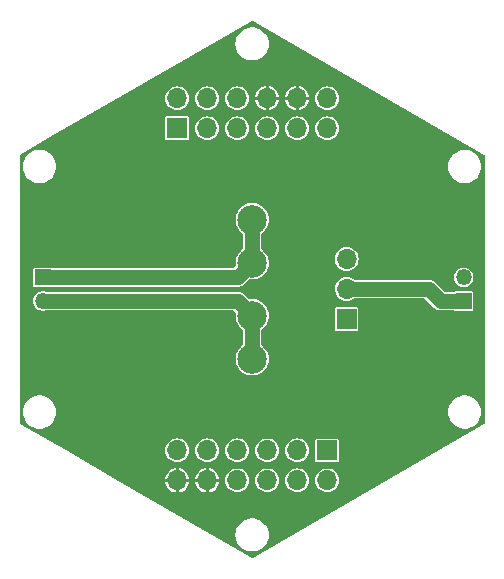
<source format=gbr>
%TF.GenerationSoftware,KiCad,Pcbnew,7.0.5*%
%TF.CreationDate,2023-06-08T00:56:16-04:00*%
%TF.ProjectId,INDICATOR,494e4449-4341-4544-9f52-2e6b69636164,rev?*%
%TF.SameCoordinates,Original*%
%TF.FileFunction,Copper,L2,Bot*%
%TF.FilePolarity,Positive*%
%FSLAX46Y46*%
G04 Gerber Fmt 4.6, Leading zero omitted, Abs format (unit mm)*
G04 Created by KiCad (PCBNEW 7.0.5) date 2023-06-08 00:56:16*
%MOMM*%
%LPD*%
G01*
G04 APERTURE LIST*
%TA.AperFunction,ComponentPad*%
%ADD10C,2.500000*%
%TD*%
%TA.AperFunction,ComponentPad*%
%ADD11R,1.350000X1.350000*%
%TD*%
%TA.AperFunction,ComponentPad*%
%ADD12O,1.350000X1.350000*%
%TD*%
%TA.AperFunction,ComponentPad*%
%ADD13R,1.700000X1.700000*%
%TD*%
%TA.AperFunction,ComponentPad*%
%ADD14O,1.700000X1.700000*%
%TD*%
%TA.AperFunction,ViaPad*%
%ADD15C,0.660400*%
%TD*%
%TA.AperFunction,Conductor*%
%ADD16C,1.270000*%
%TD*%
G04 APERTURE END LIST*
D10*
%TO.P,U1,1,1*%
%TO.N,/BUR_BAT_in*%
X150160000Y-94203621D03*
%TO.P,U1,2,2*%
X150160000Y-97863621D03*
%TO.P,U1,3,3*%
%TO.N,/BUR_BAT_out*%
X150160000Y-102333621D03*
%TO.P,U1,4,4*%
X150160000Y-105993621D03*
%TD*%
D11*
%TO.P,J3,1,Pin_1*%
%TO.N,/MAIN_BAT*%
X168060000Y-101104610D03*
D12*
%TO.P,J3,2,Pin_2*%
%TO.N,/VBAT1*%
X168060000Y-99104610D03*
%TD*%
D13*
%TO.P,SW1,1,A*%
%TO.N,unconnected-(SW1-A-Pad1)*%
X158160000Y-102623621D03*
D14*
%TO.P,SW1,2,B*%
%TO.N,/MAIN_BAT*%
X158160000Y-100083621D03*
%TO.P,SW1,3,C*%
%TO.N,/VBAT1*%
X158160000Y-97543621D03*
%TD*%
D13*
%TO.P,J1,1,Pin_1*%
%TO.N,/VBAT*%
X143810000Y-86465599D03*
D14*
%TO.P,J1,2,Pin_2*%
%TO.N,/~{EN}*%
X143810000Y-83925599D03*
%TO.P,J1,3,Pin_3*%
%TO.N,VCC*%
X146350000Y-86465599D03*
%TO.P,J1,4,Pin_4*%
%TO.N,/VBAT_OK*%
X146350000Y-83925599D03*
%TO.P,J1,5,Pin_5*%
%TO.N,/~{I2C_RESET}*%
X148890000Y-86465599D03*
%TO.P,J1,6,Pin_6*%
%TO.N,+5V*%
X148890000Y-83925599D03*
%TO.P,J1,7,Pin_7*%
%TO.N,/RXD*%
X151430000Y-86465599D03*
%TO.P,J1,8,Pin_8*%
%TO.N,GND*%
X151430000Y-83925599D03*
%TO.P,J1,9,Pin_9*%
%TO.N,/TXD*%
X153970000Y-86465599D03*
%TO.P,J1,10,Pin_10*%
%TO.N,GND*%
X153970000Y-83925599D03*
%TO.P,J1,11,Pin_11*%
%TO.N,/SDA*%
X156510000Y-86465599D03*
%TO.P,J1,12,Pin_12*%
%TO.N,/SCL*%
X156510000Y-83925599D03*
%TD*%
D13*
%TO.P,J2,1,Pin_1*%
%TO.N,/P1*%
X156510000Y-113743621D03*
D14*
%TO.P,J2,2,Pin_2*%
%TO.N,unconnected-(J2-Pin_2-Pad2)*%
X156510000Y-116283621D03*
%TO.P,J2,3,Pin_3*%
%TO.N,/P2*%
X153970000Y-113743621D03*
%TO.P,J2,4,Pin_4*%
%TO.N,unconnected-(J2-Pin_4-Pad4)*%
X153970000Y-116283621D03*
%TO.P,J2,5,Pin_5*%
%TO.N,/CHG2-*%
X151430000Y-113743621D03*
%TO.P,J2,6,Pin_6*%
%TO.N,unconnected-(J2-Pin_6-Pad6)*%
X151430000Y-116283621D03*
%TO.P,J2,7,Pin_7*%
%TO.N,/CHG2+*%
X148890000Y-113743621D03*
%TO.P,J2,8,Pin_8*%
%TO.N,/CHG1-*%
X148890000Y-116283621D03*
%TO.P,J2,9,Pin_9*%
%TO.N,/CHG1+*%
X146350000Y-113743621D03*
%TO.P,J2,10,Pin_10*%
%TO.N,GND*%
X146350000Y-116283621D03*
%TO.P,J2,11,Pin_11*%
%TO.N,/BAT_BR*%
X143810000Y-113743621D03*
%TO.P,J2,12,Pin_12*%
%TO.N,GND*%
X143810000Y-116283621D03*
%TD*%
D11*
%TO.P,J4,1,Pin_1*%
%TO.N,/BUR_BAT_in*%
X132460000Y-99098621D03*
D12*
%TO.P,J4,2,Pin_2*%
%TO.N,/BUR_BAT_out*%
X132460000Y-101098621D03*
%TD*%
D15*
%TO.N,GND*%
X134160000Y-103198621D03*
X134160000Y-109198621D03*
X162160000Y-106698621D03*
X132160000Y-93198621D03*
X154160000Y-104698621D03*
X140160000Y-85198621D03*
X156160000Y-106698621D03*
X134160000Y-111198621D03*
X168160000Y-104698621D03*
X134160000Y-91198621D03*
X152160000Y-118198621D03*
X162160000Y-87198621D03*
X160160000Y-93198621D03*
X150160000Y-89198621D03*
X148160000Y-110698621D03*
X166160000Y-93198621D03*
X132160000Y-97198621D03*
X164160000Y-109198621D03*
X146160000Y-106698621D03*
X160160000Y-110698621D03*
X150160000Y-82198621D03*
X162160000Y-89198621D03*
X164160000Y-93198621D03*
X136160000Y-89198621D03*
X142160000Y-97198621D03*
X138160000Y-85198621D03*
X138160000Y-89198621D03*
X166160000Y-89198621D03*
X146160000Y-102698621D03*
X148160000Y-89198621D03*
X158160000Y-89198621D03*
X152160000Y-108698621D03*
X132160000Y-105198621D03*
X142160000Y-89198621D03*
X168160000Y-93198621D03*
X166160000Y-104698621D03*
X160160000Y-108698621D03*
X136160000Y-113198621D03*
X158160000Y-104698621D03*
X168160000Y-95198621D03*
X162160000Y-93198621D03*
X148160000Y-120198621D03*
X166160000Y-102698621D03*
X152160000Y-110698621D03*
X158160000Y-108698621D03*
X156160000Y-108698621D03*
X160160000Y-91198621D03*
X152160000Y-120198621D03*
X150160000Y-108698621D03*
X138160000Y-87198621D03*
X162160000Y-102698621D03*
X142160000Y-95198621D03*
X146160000Y-82198621D03*
X152160000Y-91198621D03*
X134160000Y-107198621D03*
X144160000Y-106698621D03*
X168160000Y-102698621D03*
X146160000Y-108698621D03*
X144160000Y-95198621D03*
X146160000Y-118198621D03*
X156160000Y-82198621D03*
X134160000Y-87198621D03*
X160160000Y-89198621D03*
X168160000Y-106698621D03*
X138160000Y-111198621D03*
X154160000Y-82198621D03*
X154160000Y-108698621D03*
X156160000Y-95198621D03*
X162160000Y-111198621D03*
X146160000Y-95198621D03*
X166160000Y-95198621D03*
X164160000Y-95198621D03*
X162160000Y-113198621D03*
X136160000Y-111198621D03*
X158160000Y-91198621D03*
X136160000Y-105198621D03*
X136160000Y-87198621D03*
X134160000Y-97198621D03*
X132160000Y-95198621D03*
X142160000Y-87198621D03*
X162160000Y-95198621D03*
X154160000Y-118198621D03*
X144160000Y-108698621D03*
X158160000Y-110698621D03*
X164160000Y-111198621D03*
X156160000Y-110698621D03*
X148160000Y-82198621D03*
X156160000Y-89198621D03*
X134160000Y-113198621D03*
X162160000Y-91198621D03*
X146160000Y-93198621D03*
X160160000Y-85198621D03*
X158160000Y-93198621D03*
X150160000Y-91198621D03*
X154160000Y-93198621D03*
X142160000Y-93198621D03*
X142160000Y-85198621D03*
X154160000Y-89198621D03*
X154160000Y-100698621D03*
X164160000Y-91198621D03*
X154160000Y-96698621D03*
X156160000Y-91198621D03*
X160160000Y-95198621D03*
X156160000Y-93198621D03*
X166160000Y-87198621D03*
X160160000Y-87198621D03*
X162160000Y-85198621D03*
X142160000Y-91198621D03*
X144160000Y-97198621D03*
X154160000Y-98698621D03*
X154160000Y-106698621D03*
X148160000Y-80198621D03*
X136160000Y-109198621D03*
X158160000Y-95198621D03*
X148160000Y-91198621D03*
X144160000Y-82198621D03*
X148160000Y-118198621D03*
X156160000Y-118198621D03*
X138160000Y-115198621D03*
X146160000Y-91198621D03*
X144160000Y-91198621D03*
X166160000Y-106698621D03*
X134160000Y-105198621D03*
X152160000Y-89198621D03*
X146160000Y-89198621D03*
X148160000Y-108698621D03*
X144160000Y-93198621D03*
X154160000Y-91198621D03*
X132160000Y-103198621D03*
X154160000Y-110698621D03*
X162160000Y-108698621D03*
X134160000Y-95198621D03*
X164160000Y-87198621D03*
X162160000Y-115198621D03*
X134160000Y-89198621D03*
X154160000Y-102698621D03*
X162160000Y-104698621D03*
X138160000Y-113198621D03*
X134160000Y-93198621D03*
X164160000Y-113198621D03*
X160160000Y-104698621D03*
X160160000Y-115198621D03*
X152160000Y-82198621D03*
X150160000Y-118198621D03*
X154160000Y-95198621D03*
X156160000Y-104698621D03*
X140160000Y-113198621D03*
X136160000Y-107198621D03*
X166160000Y-91198621D03*
X144160000Y-118198621D03*
X164160000Y-102698621D03*
X164160000Y-89198621D03*
X152160000Y-80198621D03*
X144160000Y-102698621D03*
X140160000Y-87198621D03*
X140160000Y-115198621D03*
X164160000Y-104698621D03*
X150160000Y-110698621D03*
X158160000Y-106698621D03*
X160160000Y-113198621D03*
X164160000Y-106698621D03*
X160160000Y-106698621D03*
X144160000Y-89198621D03*
X132160000Y-107198621D03*
X146160000Y-104698621D03*
X144160000Y-104698621D03*
X146160000Y-97198621D03*
%TD*%
D16*
%TO.N,/BUR_BAT_out*%
X150160000Y-102333621D02*
X150160000Y-105993621D01*
X132460000Y-101098621D02*
X148925000Y-101098621D01*
X148925000Y-101098621D02*
X150160000Y-102333621D01*
%TO.N,/BUR_BAT_in*%
X150160000Y-97863621D02*
X150160000Y-94203621D01*
X148925000Y-99098621D02*
X150160000Y-97863621D01*
X132460000Y-99098621D02*
X148925000Y-99098621D01*
%TO.N,/MAIN_BAT*%
X165094011Y-100083621D02*
X158160000Y-100083621D01*
X166115000Y-101104610D02*
X165094011Y-100083621D01*
X168060000Y-101104610D02*
X166115000Y-101104610D01*
%TD*%
%TA.AperFunction,Conductor*%
%TO.N,GND*%
G36*
X150203946Y-77388502D02*
G01*
X169810750Y-88708494D01*
X169849399Y-88754554D01*
X169854700Y-88784618D01*
X169854700Y-111424599D01*
X169834135Y-111481100D01*
X169810750Y-111500723D01*
X150203949Y-122820715D01*
X150144735Y-122831156D01*
X150116049Y-122820715D01*
X149138254Y-122256185D01*
X146770601Y-120889220D01*
X148749884Y-120889220D01*
X148769115Y-121121316D01*
X148769116Y-121121322D01*
X148826286Y-121347080D01*
X148826289Y-121347088D01*
X148897987Y-121510541D01*
X148919840Y-121560361D01*
X148919844Y-121560367D01*
X149047215Y-121755325D01*
X149047216Y-121755327D01*
X149047220Y-121755331D01*
X149204954Y-121926676D01*
X149388740Y-122069722D01*
X149593563Y-122180567D01*
X149813837Y-122256187D01*
X149813839Y-122256187D01*
X149813841Y-122256188D01*
X150043550Y-122294520D01*
X150043554Y-122294520D01*
X150276450Y-122294520D01*
X150506158Y-122256188D01*
X150506158Y-122256187D01*
X150506163Y-122256187D01*
X150726437Y-122180567D01*
X150931260Y-122069722D01*
X151115046Y-121926676D01*
X151272780Y-121755331D01*
X151400160Y-121560361D01*
X151493712Y-121347084D01*
X151550884Y-121121317D01*
X151570116Y-120889220D01*
X151550884Y-120657123D01*
X151550883Y-120657117D01*
X151493713Y-120431359D01*
X151493710Y-120431351D01*
X151400164Y-120218089D01*
X151400160Y-120218079D01*
X151319435Y-120094520D01*
X151272784Y-120023114D01*
X151272783Y-120023112D01*
X151115050Y-119851768D01*
X151115048Y-119851767D01*
X151115046Y-119851764D01*
X150931260Y-119708718D01*
X150726437Y-119597873D01*
X150726433Y-119597871D01*
X150726430Y-119597870D01*
X150506167Y-119522254D01*
X150506158Y-119522251D01*
X150276450Y-119483920D01*
X150276446Y-119483920D01*
X150043554Y-119483920D01*
X150043550Y-119483920D01*
X149813841Y-119522251D01*
X149813832Y-119522254D01*
X149593569Y-119597870D01*
X149388740Y-119708718D01*
X149204949Y-119851768D01*
X149047216Y-120023112D01*
X149047215Y-120023114D01*
X148919844Y-120218072D01*
X148919835Y-120218089D01*
X148826289Y-120431351D01*
X148826286Y-120431359D01*
X148769116Y-120657117D01*
X148769115Y-120657123D01*
X148749884Y-120889220D01*
X146770601Y-120889220D01*
X139013441Y-116410621D01*
X142789735Y-116410621D01*
X142797072Y-116485109D01*
X142855842Y-116678846D01*
X142855844Y-116678849D01*
X142951281Y-116857399D01*
X143079717Y-117013899D01*
X143079721Y-117013903D01*
X143236221Y-117142339D01*
X143414771Y-117237776D01*
X143414774Y-117237778D01*
X143608515Y-117296550D01*
X143683000Y-117303884D01*
X143683000Y-116770502D01*
X143774237Y-116783621D01*
X143845763Y-116783621D01*
X143937000Y-116770502D01*
X143937000Y-117303884D01*
X144011484Y-117296550D01*
X144205225Y-117237778D01*
X144205228Y-117237776D01*
X144383778Y-117142339D01*
X144540278Y-117013903D01*
X144540282Y-117013899D01*
X144668718Y-116857399D01*
X144764155Y-116678849D01*
X144764157Y-116678846D01*
X144822927Y-116485109D01*
X144830265Y-116410621D01*
X145329735Y-116410621D01*
X145337072Y-116485109D01*
X145395842Y-116678846D01*
X145395844Y-116678849D01*
X145491281Y-116857399D01*
X145619717Y-117013899D01*
X145619721Y-117013903D01*
X145776221Y-117142339D01*
X145954771Y-117237776D01*
X145954774Y-117237778D01*
X146148515Y-117296550D01*
X146223000Y-117303884D01*
X146223000Y-116770502D01*
X146314237Y-116783621D01*
X146385763Y-116783621D01*
X146477000Y-116770502D01*
X146477000Y-117303884D01*
X146551484Y-117296550D01*
X146745225Y-117237778D01*
X146745228Y-117237776D01*
X146923778Y-117142339D01*
X147080278Y-117013903D01*
X147080282Y-117013899D01*
X147208718Y-116857399D01*
X147304155Y-116678849D01*
X147304157Y-116678846D01*
X147362927Y-116485109D01*
X147370265Y-116410621D01*
X146833818Y-116410621D01*
X146850000Y-116355510D01*
X146850000Y-116283621D01*
X147882247Y-116283621D01*
X147901612Y-116480230D01*
X147958957Y-116669269D01*
X147958958Y-116669271D01*
X148052084Y-116843499D01*
X148177411Y-116996210D01*
X148330122Y-117121537D01*
X148504350Y-117214663D01*
X148693397Y-117272010D01*
X148890000Y-117291374D01*
X149086603Y-117272010D01*
X149275650Y-117214663D01*
X149449878Y-117121537D01*
X149602589Y-116996210D01*
X149727916Y-116843499D01*
X149821042Y-116669271D01*
X149878389Y-116480224D01*
X149897753Y-116283621D01*
X150422247Y-116283621D01*
X150441612Y-116480230D01*
X150498957Y-116669269D01*
X150498958Y-116669271D01*
X150592084Y-116843499D01*
X150717411Y-116996210D01*
X150870122Y-117121537D01*
X151044350Y-117214663D01*
X151233397Y-117272010D01*
X151430000Y-117291374D01*
X151626603Y-117272010D01*
X151815650Y-117214663D01*
X151989878Y-117121537D01*
X152142589Y-116996210D01*
X152267916Y-116843499D01*
X152361042Y-116669271D01*
X152418389Y-116480224D01*
X152437753Y-116283621D01*
X152962247Y-116283621D01*
X152981612Y-116480230D01*
X153038957Y-116669269D01*
X153038958Y-116669271D01*
X153132084Y-116843499D01*
X153257411Y-116996210D01*
X153410122Y-117121537D01*
X153584350Y-117214663D01*
X153773397Y-117272010D01*
X153970000Y-117291374D01*
X154166603Y-117272010D01*
X154355650Y-117214663D01*
X154529878Y-117121537D01*
X154682589Y-116996210D01*
X154807916Y-116843499D01*
X154901042Y-116669271D01*
X154958389Y-116480224D01*
X154977753Y-116283621D01*
X155502247Y-116283621D01*
X155521612Y-116480230D01*
X155578957Y-116669269D01*
X155578958Y-116669271D01*
X155672084Y-116843499D01*
X155797411Y-116996210D01*
X155950122Y-117121537D01*
X156124350Y-117214663D01*
X156313397Y-117272010D01*
X156510000Y-117291374D01*
X156706603Y-117272010D01*
X156895650Y-117214663D01*
X157069878Y-117121537D01*
X157222589Y-116996210D01*
X157347916Y-116843499D01*
X157441042Y-116669271D01*
X157498389Y-116480224D01*
X157517753Y-116283621D01*
X157498389Y-116087018D01*
X157441042Y-115897971D01*
X157347916Y-115723743D01*
X157222589Y-115571032D01*
X157069878Y-115445705D01*
X156895650Y-115352579D01*
X156895649Y-115352578D01*
X156895648Y-115352578D01*
X156706609Y-115295233D01*
X156706604Y-115295232D01*
X156706603Y-115295232D01*
X156510000Y-115275868D01*
X156509999Y-115275868D01*
X156462657Y-115280530D01*
X156313397Y-115295232D01*
X156313395Y-115295232D01*
X156313390Y-115295233D01*
X156124351Y-115352578D01*
X155950121Y-115445705D01*
X155797413Y-115571030D01*
X155797409Y-115571034D01*
X155672084Y-115723742D01*
X155578957Y-115897972D01*
X155521612Y-116087011D01*
X155502247Y-116283621D01*
X154977753Y-116283621D01*
X154958389Y-116087018D01*
X154901042Y-115897971D01*
X154807916Y-115723743D01*
X154682589Y-115571032D01*
X154529878Y-115445705D01*
X154355650Y-115352579D01*
X154355649Y-115352578D01*
X154355648Y-115352578D01*
X154166609Y-115295233D01*
X154166604Y-115295232D01*
X154166603Y-115295232D01*
X153970000Y-115275868D01*
X153773397Y-115295232D01*
X153773395Y-115295232D01*
X153773390Y-115295233D01*
X153584351Y-115352578D01*
X153410121Y-115445705D01*
X153257413Y-115571030D01*
X153257409Y-115571034D01*
X153132084Y-115723742D01*
X153038957Y-115897972D01*
X152981612Y-116087011D01*
X152962247Y-116283621D01*
X152437753Y-116283621D01*
X152418389Y-116087018D01*
X152361042Y-115897971D01*
X152267916Y-115723743D01*
X152142589Y-115571032D01*
X151989878Y-115445705D01*
X151815650Y-115352579D01*
X151815649Y-115352578D01*
X151815648Y-115352578D01*
X151626609Y-115295233D01*
X151626604Y-115295232D01*
X151626603Y-115295232D01*
X151430000Y-115275868D01*
X151429999Y-115275868D01*
X151382657Y-115280530D01*
X151233397Y-115295232D01*
X151233395Y-115295232D01*
X151233390Y-115295233D01*
X151044351Y-115352578D01*
X150870121Y-115445705D01*
X150717413Y-115571030D01*
X150717409Y-115571034D01*
X150592084Y-115723742D01*
X150498957Y-115897972D01*
X150441612Y-116087011D01*
X150422247Y-116283621D01*
X149897753Y-116283621D01*
X149878389Y-116087018D01*
X149821042Y-115897971D01*
X149727916Y-115723743D01*
X149602589Y-115571032D01*
X149449878Y-115445705D01*
X149275650Y-115352579D01*
X149275649Y-115352578D01*
X149275648Y-115352578D01*
X149086609Y-115295233D01*
X149086604Y-115295232D01*
X149086603Y-115295232D01*
X148890000Y-115275868D01*
X148889999Y-115275868D01*
X148842657Y-115280530D01*
X148693397Y-115295232D01*
X148693395Y-115295232D01*
X148693390Y-115295233D01*
X148504351Y-115352578D01*
X148330121Y-115445705D01*
X148177413Y-115571030D01*
X148177409Y-115571034D01*
X148052084Y-115723742D01*
X147958957Y-115897972D01*
X147901612Y-116087011D01*
X147882247Y-116283621D01*
X146850000Y-116283621D01*
X146850000Y-116211732D01*
X146833818Y-116156621D01*
X147370264Y-116156621D01*
X147362927Y-116082132D01*
X147304157Y-115888395D01*
X147304155Y-115888392D01*
X147208718Y-115709842D01*
X147080282Y-115553342D01*
X147080278Y-115553338D01*
X146923778Y-115424902D01*
X146745228Y-115329465D01*
X146745225Y-115329463D01*
X146551488Y-115270693D01*
X146477000Y-115263356D01*
X146477000Y-115796739D01*
X146385763Y-115783621D01*
X146314237Y-115783621D01*
X146223000Y-115796739D01*
X146223000Y-115263356D01*
X146148511Y-115270693D01*
X145954774Y-115329463D01*
X145954771Y-115329465D01*
X145776221Y-115424902D01*
X145619721Y-115553338D01*
X145619717Y-115553342D01*
X145491281Y-115709842D01*
X145395844Y-115888392D01*
X145395842Y-115888395D01*
X145337072Y-116082132D01*
X145329735Y-116156621D01*
X145866182Y-116156621D01*
X145850000Y-116211732D01*
X145850000Y-116355510D01*
X145866182Y-116410621D01*
X145329735Y-116410621D01*
X144830265Y-116410621D01*
X144293818Y-116410621D01*
X144310000Y-116355510D01*
X144310000Y-116211732D01*
X144293818Y-116156621D01*
X144830264Y-116156621D01*
X144822927Y-116082132D01*
X144764157Y-115888395D01*
X144764155Y-115888392D01*
X144668718Y-115709842D01*
X144540282Y-115553342D01*
X144540278Y-115553338D01*
X144383778Y-115424902D01*
X144205228Y-115329465D01*
X144205225Y-115329463D01*
X144011488Y-115270693D01*
X143937000Y-115263356D01*
X143937000Y-115796739D01*
X143845763Y-115783621D01*
X143774237Y-115783621D01*
X143683000Y-115796739D01*
X143683000Y-115263356D01*
X143608511Y-115270693D01*
X143414774Y-115329463D01*
X143414771Y-115329465D01*
X143236221Y-115424902D01*
X143079721Y-115553338D01*
X143079717Y-115553342D01*
X142951281Y-115709842D01*
X142855844Y-115888392D01*
X142855842Y-115888395D01*
X142797072Y-116082132D01*
X142789735Y-116156621D01*
X143326182Y-116156621D01*
X143310000Y-116211732D01*
X143310000Y-116355510D01*
X143326182Y-116410621D01*
X142789735Y-116410621D01*
X139013441Y-116410621D01*
X134394061Y-113743621D01*
X142802247Y-113743621D01*
X142821612Y-113940230D01*
X142878957Y-114129269D01*
X142878958Y-114129271D01*
X142972084Y-114303499D01*
X143097411Y-114456210D01*
X143250122Y-114581537D01*
X143424350Y-114674663D01*
X143613397Y-114732010D01*
X143810000Y-114751374D01*
X144006603Y-114732010D01*
X144195650Y-114674663D01*
X144369878Y-114581537D01*
X144522589Y-114456210D01*
X144647916Y-114303499D01*
X144741042Y-114129271D01*
X144798389Y-113940224D01*
X144817753Y-113743621D01*
X145342247Y-113743621D01*
X145361612Y-113940230D01*
X145418957Y-114129269D01*
X145418958Y-114129271D01*
X145512084Y-114303499D01*
X145637411Y-114456210D01*
X145790122Y-114581537D01*
X145964350Y-114674663D01*
X146153397Y-114732010D01*
X146350000Y-114751374D01*
X146546603Y-114732010D01*
X146735650Y-114674663D01*
X146909878Y-114581537D01*
X147062589Y-114456210D01*
X147187916Y-114303499D01*
X147281042Y-114129271D01*
X147338389Y-113940224D01*
X147357753Y-113743621D01*
X147357753Y-113743620D01*
X147882247Y-113743620D01*
X147901612Y-113940230D01*
X147958957Y-114129269D01*
X147958958Y-114129271D01*
X148052084Y-114303499D01*
X148177411Y-114456210D01*
X148330122Y-114581537D01*
X148504350Y-114674663D01*
X148693397Y-114732010D01*
X148890000Y-114751374D01*
X149086603Y-114732010D01*
X149275650Y-114674663D01*
X149449878Y-114581537D01*
X149602589Y-114456210D01*
X149727916Y-114303499D01*
X149821042Y-114129271D01*
X149878389Y-113940224D01*
X149897753Y-113743621D01*
X149897753Y-113743620D01*
X150422247Y-113743620D01*
X150441612Y-113940230D01*
X150498957Y-114129269D01*
X150498958Y-114129271D01*
X150592084Y-114303499D01*
X150717411Y-114456210D01*
X150870122Y-114581537D01*
X151044350Y-114674663D01*
X151233397Y-114732010D01*
X151430000Y-114751374D01*
X151626603Y-114732010D01*
X151815650Y-114674663D01*
X151989878Y-114581537D01*
X152142589Y-114456210D01*
X152267916Y-114303499D01*
X152361042Y-114129271D01*
X152418389Y-113940224D01*
X152437753Y-113743621D01*
X152437753Y-113743620D01*
X152962247Y-113743620D01*
X152981612Y-113940230D01*
X153038957Y-114129269D01*
X153038958Y-114129271D01*
X153132084Y-114303499D01*
X153257411Y-114456210D01*
X153410122Y-114581537D01*
X153584350Y-114674663D01*
X153773397Y-114732010D01*
X153970000Y-114751374D01*
X154166603Y-114732010D01*
X154355650Y-114674663D01*
X154479098Y-114608679D01*
X155507100Y-114608679D01*
X155515972Y-114653279D01*
X155549766Y-114703855D01*
X155566701Y-114715171D01*
X155600341Y-114737649D01*
X155607741Y-114739120D01*
X155644943Y-114746521D01*
X157375056Y-114746520D01*
X157375058Y-114746520D01*
X157387750Y-114743995D01*
X157419658Y-114737649D01*
X157470234Y-114703855D01*
X157504028Y-114653279D01*
X157512900Y-114608678D01*
X157512899Y-112878565D01*
X157512899Y-112878564D01*
X157512899Y-112878562D01*
X157509111Y-112859523D01*
X157504028Y-112833963D01*
X157470234Y-112783387D01*
X157470002Y-112783232D01*
X157419658Y-112749592D01*
X157382456Y-112742192D01*
X157375057Y-112740721D01*
X157375056Y-112740721D01*
X155644941Y-112740721D01*
X155600341Y-112749593D01*
X155549767Y-112783386D01*
X155549764Y-112783389D01*
X155515971Y-112833962D01*
X155507100Y-112878564D01*
X155507100Y-114608679D01*
X154479098Y-114608679D01*
X154529878Y-114581537D01*
X154682589Y-114456210D01*
X154807916Y-114303499D01*
X154901042Y-114129271D01*
X154958389Y-113940224D01*
X154977753Y-113743621D01*
X154958389Y-113547018D01*
X154901042Y-113357971D01*
X154807916Y-113183743D01*
X154682589Y-113031032D01*
X154529878Y-112905705D01*
X154355650Y-112812579D01*
X154355649Y-112812578D01*
X154355648Y-112812578D01*
X154166609Y-112755233D01*
X154166604Y-112755232D01*
X154166603Y-112755232D01*
X153970000Y-112735868D01*
X153773397Y-112755232D01*
X153773395Y-112755232D01*
X153773390Y-112755233D01*
X153584351Y-112812578D01*
X153410121Y-112905705D01*
X153257413Y-113031030D01*
X153257409Y-113031034D01*
X153132084Y-113183742D01*
X153038957Y-113357972D01*
X152981612Y-113547011D01*
X152962247Y-113743620D01*
X152437753Y-113743620D01*
X152418389Y-113547018D01*
X152361042Y-113357971D01*
X152267916Y-113183743D01*
X152142589Y-113031032D01*
X151989878Y-112905705D01*
X151815650Y-112812579D01*
X151815649Y-112812578D01*
X151815648Y-112812578D01*
X151626609Y-112755233D01*
X151626604Y-112755232D01*
X151626603Y-112755232D01*
X151430000Y-112735868D01*
X151429999Y-112735868D01*
X151382657Y-112740530D01*
X151233397Y-112755232D01*
X151233395Y-112755232D01*
X151233390Y-112755233D01*
X151044351Y-112812578D01*
X150870121Y-112905705D01*
X150717413Y-113031030D01*
X150717409Y-113031034D01*
X150592084Y-113183742D01*
X150498957Y-113357972D01*
X150441612Y-113547011D01*
X150422247Y-113743620D01*
X149897753Y-113743620D01*
X149878389Y-113547018D01*
X149821042Y-113357971D01*
X149727916Y-113183743D01*
X149602589Y-113031032D01*
X149449878Y-112905705D01*
X149275650Y-112812579D01*
X149275649Y-112812578D01*
X149275648Y-112812578D01*
X149086609Y-112755233D01*
X149086604Y-112755232D01*
X149086603Y-112755232D01*
X148890000Y-112735868D01*
X148693397Y-112755232D01*
X148693395Y-112755232D01*
X148693390Y-112755233D01*
X148504351Y-112812578D01*
X148330121Y-112905705D01*
X148177413Y-113031030D01*
X148177409Y-113031034D01*
X148052084Y-113183742D01*
X147958957Y-113357972D01*
X147901612Y-113547011D01*
X147882247Y-113743620D01*
X147357753Y-113743620D01*
X147338389Y-113547018D01*
X147281042Y-113357971D01*
X147187916Y-113183743D01*
X147062589Y-113031032D01*
X146909878Y-112905705D01*
X146735650Y-112812579D01*
X146735649Y-112812578D01*
X146735648Y-112812578D01*
X146546609Y-112755233D01*
X146546604Y-112755232D01*
X146546603Y-112755232D01*
X146350000Y-112735868D01*
X146153397Y-112755232D01*
X146153395Y-112755232D01*
X146153390Y-112755233D01*
X145964351Y-112812578D01*
X145790121Y-112905705D01*
X145637413Y-113031030D01*
X145637409Y-113031034D01*
X145512084Y-113183742D01*
X145418957Y-113357972D01*
X145361612Y-113547011D01*
X145342247Y-113743621D01*
X144817753Y-113743621D01*
X144798389Y-113547018D01*
X144741042Y-113357971D01*
X144647916Y-113183743D01*
X144522589Y-113031032D01*
X144369878Y-112905705D01*
X144195650Y-112812579D01*
X144195649Y-112812578D01*
X144195648Y-112812578D01*
X144006609Y-112755233D01*
X144006604Y-112755232D01*
X144006603Y-112755232D01*
X143810000Y-112735868D01*
X143613397Y-112755232D01*
X143613395Y-112755232D01*
X143613390Y-112755233D01*
X143424351Y-112812578D01*
X143250121Y-112905705D01*
X143097413Y-113031030D01*
X143097409Y-113031034D01*
X142972084Y-113183742D01*
X142878957Y-113357972D01*
X142821612Y-113547011D01*
X142802247Y-113743621D01*
X134394061Y-113743621D01*
X130509248Y-111500723D01*
X130470600Y-111454664D01*
X130465300Y-111424605D01*
X130465300Y-110496915D01*
X130749884Y-110496915D01*
X130769115Y-110729011D01*
X130769116Y-110729017D01*
X130826286Y-110954775D01*
X130826289Y-110954783D01*
X130897987Y-111118236D01*
X130919840Y-111168056D01*
X130919844Y-111168062D01*
X131047215Y-111363020D01*
X131047216Y-111363022D01*
X131173979Y-111500724D01*
X131204954Y-111534371D01*
X131388740Y-111677417D01*
X131593563Y-111788262D01*
X131813837Y-111863882D01*
X131813839Y-111863882D01*
X131813841Y-111863883D01*
X132043550Y-111902215D01*
X132043554Y-111902215D01*
X132276450Y-111902215D01*
X132506158Y-111863883D01*
X132506158Y-111863882D01*
X132506163Y-111863882D01*
X132726437Y-111788262D01*
X132931260Y-111677417D01*
X133115046Y-111534371D01*
X133272780Y-111363026D01*
X133400160Y-111168056D01*
X133493712Y-110954779D01*
X133550884Y-110729012D01*
X133570116Y-110496915D01*
X133570116Y-110496914D01*
X166749884Y-110496914D01*
X166769115Y-110729011D01*
X166769116Y-110729017D01*
X166826286Y-110954775D01*
X166826289Y-110954783D01*
X166897987Y-111118236D01*
X166919840Y-111168056D01*
X166919844Y-111168062D01*
X167047215Y-111363020D01*
X167047216Y-111363022D01*
X167173979Y-111500724D01*
X167204954Y-111534371D01*
X167388740Y-111677417D01*
X167593563Y-111788262D01*
X167813837Y-111863882D01*
X167813839Y-111863882D01*
X167813841Y-111863883D01*
X168043550Y-111902215D01*
X168043554Y-111902215D01*
X168276450Y-111902215D01*
X168506158Y-111863883D01*
X168506158Y-111863882D01*
X168506163Y-111863882D01*
X168726437Y-111788262D01*
X168931260Y-111677417D01*
X169115046Y-111534371D01*
X169272780Y-111363026D01*
X169400160Y-111168056D01*
X169493712Y-110954779D01*
X169550884Y-110729012D01*
X169570116Y-110496915D01*
X169550884Y-110264818D01*
X169550883Y-110264812D01*
X169493713Y-110039054D01*
X169493710Y-110039046D01*
X169400164Y-109825784D01*
X169400160Y-109825774D01*
X169319435Y-109702215D01*
X169272784Y-109630809D01*
X169272783Y-109630807D01*
X169115050Y-109459463D01*
X169115048Y-109459462D01*
X169115046Y-109459459D01*
X168931260Y-109316413D01*
X168726437Y-109205568D01*
X168726433Y-109205566D01*
X168726430Y-109205565D01*
X168506167Y-109129949D01*
X168506158Y-109129946D01*
X168276450Y-109091615D01*
X168276446Y-109091615D01*
X168043554Y-109091615D01*
X168043550Y-109091615D01*
X167813841Y-109129946D01*
X167813832Y-109129949D01*
X167593569Y-109205565D01*
X167388740Y-109316413D01*
X167204949Y-109459463D01*
X167047216Y-109630807D01*
X167047215Y-109630809D01*
X166919844Y-109825767D01*
X166919835Y-109825784D01*
X166826289Y-110039046D01*
X166826286Y-110039054D01*
X166769116Y-110264812D01*
X166769115Y-110264818D01*
X166749884Y-110496914D01*
X133570116Y-110496914D01*
X133550884Y-110264818D01*
X133550883Y-110264812D01*
X133493713Y-110039054D01*
X133493710Y-110039046D01*
X133400164Y-109825784D01*
X133400160Y-109825774D01*
X133319435Y-109702215D01*
X133272784Y-109630809D01*
X133272783Y-109630807D01*
X133115050Y-109459463D01*
X133115048Y-109459462D01*
X133115046Y-109459459D01*
X132931260Y-109316413D01*
X132726437Y-109205568D01*
X132726433Y-109205566D01*
X132726430Y-109205565D01*
X132506167Y-109129949D01*
X132506158Y-109129946D01*
X132276450Y-109091615D01*
X132276446Y-109091615D01*
X132043554Y-109091615D01*
X132043550Y-109091615D01*
X131813841Y-109129946D01*
X131813832Y-109129949D01*
X131593569Y-109205565D01*
X131388740Y-109316413D01*
X131204949Y-109459463D01*
X131047216Y-109630807D01*
X131047215Y-109630809D01*
X130919844Y-109825767D01*
X130919835Y-109825784D01*
X130826289Y-110039046D01*
X130826286Y-110039054D01*
X130769116Y-110264812D01*
X130769115Y-110264818D01*
X130749884Y-110496915D01*
X130465300Y-110496915D01*
X130465300Y-101098625D01*
X131627540Y-101098625D01*
X131645729Y-101271693D01*
X131645731Y-101271699D01*
X131699510Y-101437213D01*
X131786526Y-101587929D01*
X131902976Y-101717259D01*
X132043770Y-101819553D01*
X132202756Y-101890338D01*
X132372984Y-101926521D01*
X132547016Y-101926521D01*
X132717244Y-101890338D01*
X132717244Y-101890337D01*
X132721750Y-101889380D01*
X132721851Y-101889856D01*
X132742913Y-101886521D01*
X148562231Y-101886521D01*
X148618732Y-101907086D01*
X148624386Y-101912266D01*
X148745937Y-102033817D01*
X148771348Y-102088311D01*
X148771382Y-102103230D01*
X148752292Y-102333620D01*
X148771490Y-102565320D01*
X148771491Y-102565326D01*
X148828564Y-102790699D01*
X148828567Y-102790707D01*
X148921953Y-103003605D01*
X148921958Y-103003616D01*
X149049121Y-103198253D01*
X149206585Y-103369305D01*
X149338190Y-103471737D01*
X149370145Y-103522667D01*
X149372100Y-103541101D01*
X149372100Y-104786140D01*
X149351535Y-104842641D01*
X149338189Y-104855505D01*
X149206583Y-104957938D01*
X149049124Y-105128985D01*
X149049121Y-105128989D01*
X148921959Y-105323625D01*
X148921953Y-105323636D01*
X148828567Y-105536534D01*
X148828564Y-105536542D01*
X148771491Y-105761915D01*
X148771490Y-105761921D01*
X148752292Y-105993621D01*
X148771490Y-106225320D01*
X148771491Y-106225326D01*
X148828564Y-106450699D01*
X148828567Y-106450707D01*
X148921953Y-106663605D01*
X148921958Y-106663616D01*
X149049121Y-106858253D01*
X149206585Y-107029305D01*
X149390057Y-107172107D01*
X149594530Y-107282762D01*
X149594536Y-107282764D01*
X149814426Y-107358254D01*
X150043748Y-107396521D01*
X150043752Y-107396521D01*
X150276252Y-107396521D01*
X150505573Y-107358254D01*
X150606705Y-107323534D01*
X150725470Y-107282762D01*
X150929943Y-107172107D01*
X151113415Y-107029305D01*
X151270879Y-106858253D01*
X151398042Y-106663616D01*
X151491434Y-106450703D01*
X151548509Y-106225322D01*
X151567708Y-105993621D01*
X151548509Y-105761920D01*
X151491434Y-105536539D01*
X151398042Y-105323626D01*
X151270879Y-105128989D01*
X151113415Y-104957937D01*
X150981811Y-104855505D01*
X150949855Y-104804573D01*
X150947900Y-104786140D01*
X150947900Y-103541101D01*
X150966980Y-103488679D01*
X157157100Y-103488679D01*
X157163861Y-103522667D01*
X157165972Y-103533279D01*
X157199766Y-103583855D01*
X157216701Y-103595171D01*
X157250341Y-103617649D01*
X157257741Y-103619120D01*
X157294943Y-103626521D01*
X159025056Y-103626520D01*
X159025058Y-103626520D01*
X159037750Y-103623995D01*
X159069658Y-103617649D01*
X159120234Y-103583855D01*
X159154028Y-103533279D01*
X159162900Y-103488678D01*
X159162899Y-101758565D01*
X159162899Y-101758564D01*
X159162899Y-101758562D01*
X159159111Y-101739523D01*
X159154028Y-101713963D01*
X159120234Y-101663387D01*
X159120002Y-101663232D01*
X159069658Y-101629592D01*
X159032456Y-101622192D01*
X159025057Y-101620721D01*
X159025056Y-101620721D01*
X157294941Y-101620721D01*
X157250341Y-101629593D01*
X157199767Y-101663386D01*
X157199764Y-101663389D01*
X157165971Y-101713962D01*
X157157100Y-101758564D01*
X157157100Y-103488679D01*
X150966980Y-103488679D01*
X150968465Y-103484600D01*
X150981805Y-103471740D01*
X151113415Y-103369305D01*
X151270879Y-103198253D01*
X151398042Y-103003616D01*
X151491434Y-102790703D01*
X151548509Y-102565322D01*
X151567708Y-102333621D01*
X151548509Y-102101920D01*
X151504091Y-101926521D01*
X151491435Y-101876542D01*
X151491432Y-101876534D01*
X151439686Y-101758565D01*
X151398042Y-101663626D01*
X151270879Y-101468989D01*
X151113415Y-101297937D01*
X150929943Y-101155135D01*
X150725470Y-101044480D01*
X150725466Y-101044478D01*
X150725463Y-101044477D01*
X150505573Y-100968987D01*
X150276252Y-100930721D01*
X150276248Y-100930721D01*
X150043752Y-100930721D01*
X150043747Y-100930721D01*
X149940640Y-100947926D01*
X149881525Y-100936941D01*
X149864018Y-100923380D01*
X149449124Y-100508486D01*
X149449123Y-100508486D01*
X149419356Y-100478719D01*
X149383736Y-100456337D01*
X149379724Y-100453490D01*
X149346840Y-100427266D01*
X149346839Y-100427265D01*
X149308949Y-100409018D01*
X149304633Y-100406633D01*
X149269020Y-100384256D01*
X149269018Y-100384255D01*
X149229320Y-100370364D01*
X149224764Y-100368477D01*
X149186872Y-100350229D01*
X149186869Y-100350228D01*
X149145876Y-100340872D01*
X149141136Y-100339507D01*
X149101440Y-100325616D01*
X149101436Y-100325615D01*
X149059638Y-100320905D01*
X149054777Y-100320079D01*
X149013777Y-100310722D01*
X149013774Y-100310722D01*
X148970474Y-100310722D01*
X148970438Y-100310721D01*
X148969244Y-100310721D01*
X132742913Y-100310721D01*
X132721851Y-100307385D01*
X132721750Y-100307862D01*
X132717244Y-100306904D01*
X132547016Y-100270721D01*
X132372984Y-100270721D01*
X132202758Y-100306903D01*
X132202756Y-100306904D01*
X132194183Y-100310721D01*
X132043769Y-100377689D01*
X131902977Y-100479982D01*
X131902975Y-100479983D01*
X131786527Y-100609311D01*
X131699511Y-100760027D01*
X131645729Y-100925548D01*
X131627540Y-101098616D01*
X131627540Y-101098625D01*
X130465300Y-101098625D01*
X130465300Y-100083621D01*
X157152246Y-100083621D01*
X157152247Y-100083621D01*
X157171612Y-100280230D01*
X157225035Y-100456340D01*
X157228958Y-100469271D01*
X157322084Y-100643499D01*
X157447411Y-100796210D01*
X157600122Y-100921537D01*
X157774350Y-101014663D01*
X157963397Y-101072010D01*
X158160000Y-101091374D01*
X158356603Y-101072010D01*
X158545650Y-101014663D01*
X158719878Y-100921537D01*
X158756511Y-100891472D01*
X158812274Y-100871521D01*
X164731242Y-100871521D01*
X164787743Y-100892086D01*
X164793397Y-100897266D01*
X165591353Y-101695222D01*
X165591361Y-101695229D01*
X165620644Y-101724512D01*
X165620646Y-101724513D01*
X165620648Y-101724515D01*
X165656258Y-101746890D01*
X165660271Y-101749737D01*
X165693160Y-101775965D01*
X165731050Y-101794212D01*
X165735366Y-101796598D01*
X165754926Y-101808888D01*
X165770980Y-101818975D01*
X165810680Y-101832866D01*
X165815237Y-101834754D01*
X165853126Y-101853001D01*
X165894142Y-101862362D01*
X165898842Y-101863715D01*
X165929349Y-101874390D01*
X165938562Y-101877615D01*
X165938563Y-101877615D01*
X165938566Y-101877616D01*
X165980366Y-101882325D01*
X165985215Y-101883149D01*
X166026225Y-101892509D01*
X166069526Y-101892509D01*
X166069562Y-101892510D01*
X166070756Y-101892510D01*
X167252091Y-101892510D01*
X167300926Y-101907324D01*
X167325341Y-101923638D01*
X167332741Y-101925109D01*
X167369943Y-101932510D01*
X168750056Y-101932509D01*
X168750058Y-101932509D01*
X168762750Y-101929984D01*
X168794658Y-101923638D01*
X168845234Y-101889844D01*
X168879028Y-101839268D01*
X168887900Y-101794667D01*
X168887899Y-100414554D01*
X168887899Y-100414553D01*
X168887899Y-100414551D01*
X168881873Y-100384256D01*
X168879028Y-100369952D01*
X168845234Y-100319376D01*
X168841244Y-100316710D01*
X168794658Y-100285581D01*
X168757456Y-100278181D01*
X168750057Y-100276710D01*
X168750056Y-100276710D01*
X167369941Y-100276710D01*
X167325341Y-100285582D01*
X167300927Y-100301896D01*
X167252092Y-100316710D01*
X166477769Y-100316710D01*
X166421268Y-100296145D01*
X166415614Y-100290965D01*
X165618135Y-99493486D01*
X165618134Y-99493486D01*
X165588367Y-99463719D01*
X165552747Y-99441337D01*
X165548735Y-99438490D01*
X165515851Y-99412266D01*
X165515850Y-99412265D01*
X165477960Y-99394018D01*
X165473644Y-99391633D01*
X165438031Y-99369256D01*
X165438029Y-99369255D01*
X165398331Y-99355364D01*
X165393775Y-99353477D01*
X165355883Y-99335229D01*
X165355880Y-99335228D01*
X165314887Y-99325872D01*
X165310147Y-99324507D01*
X165270451Y-99310616D01*
X165270447Y-99310615D01*
X165228649Y-99305905D01*
X165223788Y-99305079D01*
X165182788Y-99295722D01*
X165182785Y-99295722D01*
X165139485Y-99295722D01*
X165139449Y-99295721D01*
X165138255Y-99295721D01*
X158812274Y-99295721D01*
X158756511Y-99275769D01*
X158745242Y-99266521D01*
X158719878Y-99245705D01*
X158545650Y-99152579D01*
X158545649Y-99152578D01*
X158545648Y-99152578D01*
X158387534Y-99104614D01*
X167227540Y-99104614D01*
X167245729Y-99277682D01*
X167245731Y-99277688D01*
X167299510Y-99443202D01*
X167346011Y-99523743D01*
X167386527Y-99593919D01*
X167498721Y-99718523D01*
X167502976Y-99723248D01*
X167643770Y-99825542D01*
X167802756Y-99896327D01*
X167972984Y-99932510D01*
X168147016Y-99932510D01*
X168317244Y-99896327D01*
X168476230Y-99825542D01*
X168617024Y-99723248D01*
X168733474Y-99593918D01*
X168820490Y-99443202D01*
X168874269Y-99277688D01*
X168874471Y-99275769D01*
X168892460Y-99104614D01*
X168892460Y-99104605D01*
X168874270Y-98931537D01*
X168874269Y-98931534D01*
X168874269Y-98931532D01*
X168820490Y-98766018D01*
X168733474Y-98615302D01*
X168617024Y-98485972D01*
X168476230Y-98383678D01*
X168317244Y-98312893D01*
X168317242Y-98312892D01*
X168317241Y-98312892D01*
X168147016Y-98276710D01*
X167972984Y-98276710D01*
X167802758Y-98312892D01*
X167802756Y-98312893D01*
X167771361Y-98326870D01*
X167643769Y-98383678D01*
X167502977Y-98485971D01*
X167502975Y-98485972D01*
X167386527Y-98615300D01*
X167299511Y-98766016D01*
X167245729Y-98931537D01*
X167227540Y-99104605D01*
X167227540Y-99104614D01*
X158387534Y-99104614D01*
X158356609Y-99095233D01*
X158356604Y-99095232D01*
X158356603Y-99095232D01*
X158160000Y-99075868D01*
X158159999Y-99075868D01*
X158112657Y-99080530D01*
X157963397Y-99095232D01*
X157963395Y-99095232D01*
X157963390Y-99095233D01*
X157774351Y-99152578D01*
X157600121Y-99245705D01*
X157447413Y-99371030D01*
X157447409Y-99371034D01*
X157322084Y-99523742D01*
X157228957Y-99697972D01*
X157171612Y-99887011D01*
X157171611Y-99887016D01*
X157171611Y-99887018D01*
X157152246Y-100083621D01*
X130465300Y-100083621D01*
X130465300Y-99788679D01*
X131632100Y-99788679D01*
X131640972Y-99833279D01*
X131674766Y-99883855D01*
X131679500Y-99887018D01*
X131725341Y-99917649D01*
X131732741Y-99919120D01*
X131769943Y-99926521D01*
X133150056Y-99926520D01*
X133150058Y-99926520D01*
X133162750Y-99923995D01*
X133194658Y-99917649D01*
X133219073Y-99901334D01*
X133267908Y-99886521D01*
X148970438Y-99886521D01*
X148970474Y-99886520D01*
X149013773Y-99886520D01*
X149013774Y-99886520D01*
X149054778Y-99877160D01*
X149059635Y-99876336D01*
X149101434Y-99871627D01*
X149141140Y-99857732D01*
X149145867Y-99856370D01*
X149186873Y-99847012D01*
X149224762Y-99828764D01*
X149229316Y-99826878D01*
X149269020Y-99812986D01*
X149304642Y-99790602D01*
X149308933Y-99788229D01*
X149346840Y-99769976D01*
X149379720Y-99743753D01*
X149383742Y-99740900D01*
X149419356Y-99718523D01*
X149450839Y-99687039D01*
X149450844Y-99687036D01*
X149864020Y-99273859D01*
X149918512Y-99248449D01*
X149940637Y-99249313D01*
X150006787Y-99260352D01*
X150043750Y-99266521D01*
X150043752Y-99266521D01*
X150276252Y-99266521D01*
X150505573Y-99228254D01*
X150606705Y-99193534D01*
X150725470Y-99152762D01*
X150929943Y-99042107D01*
X151113415Y-98899305D01*
X151270879Y-98728253D01*
X151398042Y-98533616D01*
X151491434Y-98320703D01*
X151548509Y-98095322D01*
X151567708Y-97863621D01*
X151548509Y-97631920D01*
X151526148Y-97543621D01*
X157152247Y-97543621D01*
X157160943Y-97631915D01*
X157171612Y-97740230D01*
X157209043Y-97863621D01*
X157228958Y-97929271D01*
X157322084Y-98103499D01*
X157447411Y-98256210D01*
X157600122Y-98381537D01*
X157774350Y-98474663D01*
X157963397Y-98532010D01*
X158160000Y-98551374D01*
X158356603Y-98532010D01*
X158545650Y-98474663D01*
X158719878Y-98381537D01*
X158872589Y-98256210D01*
X158997916Y-98103499D01*
X159091042Y-97929271D01*
X159148389Y-97740224D01*
X159167753Y-97543621D01*
X159148389Y-97347018D01*
X159091042Y-97157971D01*
X158997916Y-96983743D01*
X158872589Y-96831032D01*
X158719878Y-96705705D01*
X158545650Y-96612579D01*
X158545649Y-96612578D01*
X158545648Y-96612578D01*
X158356609Y-96555233D01*
X158356604Y-96555232D01*
X158356603Y-96555232D01*
X158160000Y-96535868D01*
X157963397Y-96555232D01*
X157963395Y-96555232D01*
X157963390Y-96555233D01*
X157774351Y-96612578D01*
X157600121Y-96705705D01*
X157447413Y-96831030D01*
X157447409Y-96831034D01*
X157322084Y-96983742D01*
X157228957Y-97157972D01*
X157171612Y-97347011D01*
X157171611Y-97347016D01*
X157171611Y-97347018D01*
X157152247Y-97543621D01*
X151526148Y-97543621D01*
X151491435Y-97406542D01*
X151491432Y-97406534D01*
X151398046Y-97193636D01*
X151398042Y-97193626D01*
X151270879Y-96998989D01*
X151113415Y-96827937D01*
X150981811Y-96725505D01*
X150949855Y-96674573D01*
X150947900Y-96656140D01*
X150947900Y-95411101D01*
X150968465Y-95354600D01*
X150981805Y-95341740D01*
X151113415Y-95239305D01*
X151270879Y-95068253D01*
X151398042Y-94873616D01*
X151491434Y-94660703D01*
X151548509Y-94435322D01*
X151567708Y-94203621D01*
X151548509Y-93971920D01*
X151491434Y-93746539D01*
X151398042Y-93533626D01*
X151270879Y-93338989D01*
X151113415Y-93167937D01*
X150929943Y-93025135D01*
X150725470Y-92914480D01*
X150725466Y-92914478D01*
X150725463Y-92914477D01*
X150505573Y-92838987D01*
X150276252Y-92800721D01*
X150276248Y-92800721D01*
X150043752Y-92800721D01*
X150043748Y-92800721D01*
X149814426Y-92838987D01*
X149594536Y-92914477D01*
X149390053Y-93025137D01*
X149206583Y-93167938D01*
X149049124Y-93338985D01*
X149049121Y-93338989D01*
X148921959Y-93533625D01*
X148921953Y-93533636D01*
X148828567Y-93746534D01*
X148828564Y-93746542D01*
X148771491Y-93971915D01*
X148771490Y-93971921D01*
X148752292Y-94203620D01*
X148771490Y-94435320D01*
X148771491Y-94435326D01*
X148828564Y-94660699D01*
X148828567Y-94660707D01*
X148921953Y-94873605D01*
X148921958Y-94873616D01*
X149049121Y-95068253D01*
X149206585Y-95239305D01*
X149338190Y-95341737D01*
X149370145Y-95392667D01*
X149372100Y-95411101D01*
X149372100Y-96656140D01*
X149351535Y-96712641D01*
X149338189Y-96725505D01*
X149206583Y-96827938D01*
X149049124Y-96998985D01*
X149049121Y-96998989D01*
X148921959Y-97193625D01*
X148921953Y-97193636D01*
X148828567Y-97406534D01*
X148828564Y-97406542D01*
X148771491Y-97631915D01*
X148771490Y-97631921D01*
X148752292Y-97863621D01*
X148771382Y-98094011D01*
X148755553Y-98152017D01*
X148745937Y-98163423D01*
X148624386Y-98284975D01*
X148569892Y-98310386D01*
X148562231Y-98310721D01*
X133267909Y-98310721D01*
X133219074Y-98295907D01*
X133194658Y-98279592D01*
X133157456Y-98272192D01*
X133150057Y-98270721D01*
X133150056Y-98270721D01*
X131769941Y-98270721D01*
X131725341Y-98279593D01*
X131674767Y-98313386D01*
X131674764Y-98313389D01*
X131640971Y-98363962D01*
X131632100Y-98408564D01*
X131632100Y-99788679D01*
X130465300Y-99788679D01*
X130465300Y-89712304D01*
X130749884Y-89712304D01*
X130769115Y-89944401D01*
X130769116Y-89944407D01*
X130826286Y-90170165D01*
X130826289Y-90170173D01*
X130897987Y-90333626D01*
X130919840Y-90383446D01*
X130919844Y-90383452D01*
X131047215Y-90578410D01*
X131047216Y-90578412D01*
X131047220Y-90578416D01*
X131204954Y-90749761D01*
X131388740Y-90892807D01*
X131593563Y-91003652D01*
X131813837Y-91079272D01*
X131813839Y-91079272D01*
X131813841Y-91079273D01*
X132043550Y-91117605D01*
X132043554Y-91117605D01*
X132276450Y-91117605D01*
X132506158Y-91079273D01*
X132506158Y-91079272D01*
X132506163Y-91079272D01*
X132726437Y-91003652D01*
X132931260Y-90892807D01*
X133115046Y-90749761D01*
X133272780Y-90578416D01*
X133400160Y-90383446D01*
X133493712Y-90170169D01*
X133550884Y-89944402D01*
X133570116Y-89712305D01*
X166749884Y-89712305D01*
X166769115Y-89944401D01*
X166769116Y-89944407D01*
X166826286Y-90170165D01*
X166826289Y-90170173D01*
X166897987Y-90333626D01*
X166919840Y-90383446D01*
X166919844Y-90383452D01*
X167047215Y-90578410D01*
X167047216Y-90578412D01*
X167047220Y-90578416D01*
X167204954Y-90749761D01*
X167388740Y-90892807D01*
X167593563Y-91003652D01*
X167813837Y-91079272D01*
X167813839Y-91079272D01*
X167813841Y-91079273D01*
X168043550Y-91117605D01*
X168043554Y-91117605D01*
X168276450Y-91117605D01*
X168506158Y-91079273D01*
X168506158Y-91079272D01*
X168506163Y-91079272D01*
X168726437Y-91003652D01*
X168931260Y-90892807D01*
X169115046Y-90749761D01*
X169272780Y-90578416D01*
X169400160Y-90383446D01*
X169493712Y-90170169D01*
X169550884Y-89944402D01*
X169570116Y-89712305D01*
X169550884Y-89480208D01*
X169550883Y-89480202D01*
X169493713Y-89254444D01*
X169493710Y-89254436D01*
X169400164Y-89041174D01*
X169400160Y-89041164D01*
X169319435Y-88917605D01*
X169272784Y-88846199D01*
X169272783Y-88846197D01*
X169115050Y-88674853D01*
X169115048Y-88674852D01*
X169115046Y-88674849D01*
X168931260Y-88531803D01*
X168726437Y-88420958D01*
X168726433Y-88420956D01*
X168726430Y-88420955D01*
X168506167Y-88345339D01*
X168506158Y-88345336D01*
X168276450Y-88307005D01*
X168276446Y-88307005D01*
X168043554Y-88307005D01*
X168043550Y-88307005D01*
X167813841Y-88345336D01*
X167813832Y-88345339D01*
X167593569Y-88420955D01*
X167593564Y-88420957D01*
X167593563Y-88420958D01*
X167388740Y-88531803D01*
X167379779Y-88538778D01*
X167204949Y-88674853D01*
X167047216Y-88846197D01*
X167047215Y-88846199D01*
X166919844Y-89041157D01*
X166919835Y-89041174D01*
X166826289Y-89254436D01*
X166826286Y-89254444D01*
X166769116Y-89480202D01*
X166769115Y-89480208D01*
X166749884Y-89712305D01*
X133570116Y-89712305D01*
X133550884Y-89480208D01*
X133550883Y-89480202D01*
X133493713Y-89254444D01*
X133493710Y-89254436D01*
X133400164Y-89041174D01*
X133400160Y-89041164D01*
X133319435Y-88917605D01*
X133272784Y-88846199D01*
X133272783Y-88846197D01*
X133115050Y-88674853D01*
X133115048Y-88674852D01*
X133115046Y-88674849D01*
X132931260Y-88531803D01*
X132726437Y-88420958D01*
X132726433Y-88420956D01*
X132726430Y-88420955D01*
X132506167Y-88345339D01*
X132506158Y-88345336D01*
X132276450Y-88307005D01*
X132276446Y-88307005D01*
X132043554Y-88307005D01*
X132043550Y-88307005D01*
X131813841Y-88345336D01*
X131813832Y-88345339D01*
X131593569Y-88420955D01*
X131593564Y-88420957D01*
X131593563Y-88420958D01*
X131388740Y-88531803D01*
X131379779Y-88538778D01*
X131204949Y-88674853D01*
X131047216Y-88846197D01*
X131047215Y-88846199D01*
X130919844Y-89041157D01*
X130919835Y-89041174D01*
X130826289Y-89254436D01*
X130826286Y-89254444D01*
X130769116Y-89480202D01*
X130769115Y-89480208D01*
X130749884Y-89712304D01*
X130465300Y-89712304D01*
X130465300Y-88784618D01*
X130485865Y-88728118D01*
X130509248Y-88708496D01*
X132895735Y-87330657D01*
X142807100Y-87330657D01*
X142815972Y-87375256D01*
X142815972Y-87375257D01*
X142849766Y-87425833D01*
X142866701Y-87437149D01*
X142900341Y-87459627D01*
X142907741Y-87461098D01*
X142944943Y-87468499D01*
X144675056Y-87468498D01*
X144675058Y-87468498D01*
X144687750Y-87465973D01*
X144719658Y-87459627D01*
X144770234Y-87425833D01*
X144804028Y-87375257D01*
X144812900Y-87330656D01*
X144812899Y-86465598D01*
X145342247Y-86465598D01*
X145361612Y-86662208D01*
X145418957Y-86851247D01*
X145418958Y-86851249D01*
X145512084Y-87025477D01*
X145637411Y-87178188D01*
X145790122Y-87303515D01*
X145964350Y-87396641D01*
X146153397Y-87453988D01*
X146350000Y-87473352D01*
X146546603Y-87453988D01*
X146735650Y-87396641D01*
X146909878Y-87303515D01*
X147062589Y-87178188D01*
X147187916Y-87025477D01*
X147281042Y-86851249D01*
X147338389Y-86662202D01*
X147357753Y-86465599D01*
X147357753Y-86465598D01*
X147882247Y-86465598D01*
X147901612Y-86662208D01*
X147958957Y-86851247D01*
X147958958Y-86851249D01*
X148052084Y-87025477D01*
X148177411Y-87178188D01*
X148330122Y-87303515D01*
X148504350Y-87396641D01*
X148693397Y-87453988D01*
X148890000Y-87473352D01*
X149086603Y-87453988D01*
X149275650Y-87396641D01*
X149449878Y-87303515D01*
X149602589Y-87178188D01*
X149727916Y-87025477D01*
X149821042Y-86851249D01*
X149878389Y-86662202D01*
X149897753Y-86465599D01*
X150422247Y-86465599D01*
X150441612Y-86662208D01*
X150498957Y-86851247D01*
X150498958Y-86851249D01*
X150592084Y-87025477D01*
X150717411Y-87178188D01*
X150870122Y-87303515D01*
X151044350Y-87396641D01*
X151233397Y-87453988D01*
X151430000Y-87473352D01*
X151626603Y-87453988D01*
X151815650Y-87396641D01*
X151989878Y-87303515D01*
X152142589Y-87178188D01*
X152267916Y-87025477D01*
X152361042Y-86851249D01*
X152418389Y-86662202D01*
X152437753Y-86465599D01*
X152962247Y-86465599D01*
X152981612Y-86662208D01*
X153038957Y-86851247D01*
X153038958Y-86851249D01*
X153132084Y-87025477D01*
X153257411Y-87178188D01*
X153410122Y-87303515D01*
X153584350Y-87396641D01*
X153773397Y-87453988D01*
X153970000Y-87473352D01*
X154166603Y-87453988D01*
X154355650Y-87396641D01*
X154529878Y-87303515D01*
X154682589Y-87178188D01*
X154807916Y-87025477D01*
X154901042Y-86851249D01*
X154958389Y-86662202D01*
X154977753Y-86465599D01*
X155502247Y-86465599D01*
X155521612Y-86662208D01*
X155578957Y-86851247D01*
X155578958Y-86851249D01*
X155672084Y-87025477D01*
X155797411Y-87178188D01*
X155950122Y-87303515D01*
X156124350Y-87396641D01*
X156313397Y-87453988D01*
X156510000Y-87473352D01*
X156706603Y-87453988D01*
X156895650Y-87396641D01*
X157069878Y-87303515D01*
X157222589Y-87178188D01*
X157347916Y-87025477D01*
X157441042Y-86851249D01*
X157498389Y-86662202D01*
X157517753Y-86465599D01*
X157498389Y-86268996D01*
X157441042Y-86079949D01*
X157347916Y-85905721D01*
X157222589Y-85753010D01*
X157069878Y-85627683D01*
X156895650Y-85534557D01*
X156895649Y-85534556D01*
X156895648Y-85534556D01*
X156706609Y-85477211D01*
X156706604Y-85477210D01*
X156706603Y-85477210D01*
X156510000Y-85457846D01*
X156509999Y-85457846D01*
X156462657Y-85462508D01*
X156313397Y-85477210D01*
X156313395Y-85477210D01*
X156313390Y-85477211D01*
X156124351Y-85534556D01*
X155950121Y-85627683D01*
X155797413Y-85753008D01*
X155797409Y-85753012D01*
X155672084Y-85905720D01*
X155578957Y-86079950D01*
X155521612Y-86268989D01*
X155502247Y-86465599D01*
X154977753Y-86465599D01*
X154958389Y-86268996D01*
X154901042Y-86079949D01*
X154807916Y-85905721D01*
X154682589Y-85753010D01*
X154529878Y-85627683D01*
X154355650Y-85534557D01*
X154355649Y-85534556D01*
X154355648Y-85534556D01*
X154166609Y-85477211D01*
X154166604Y-85477210D01*
X154166603Y-85477210D01*
X153970000Y-85457846D01*
X153773397Y-85477210D01*
X153773395Y-85477210D01*
X153773390Y-85477211D01*
X153584351Y-85534556D01*
X153410121Y-85627683D01*
X153257413Y-85753008D01*
X153257409Y-85753012D01*
X153132084Y-85905720D01*
X153038957Y-86079950D01*
X152981612Y-86268989D01*
X152962247Y-86465599D01*
X152437753Y-86465599D01*
X152418389Y-86268996D01*
X152361042Y-86079949D01*
X152267916Y-85905721D01*
X152142589Y-85753010D01*
X151989878Y-85627683D01*
X151815650Y-85534557D01*
X151815649Y-85534556D01*
X151815648Y-85534556D01*
X151626609Y-85477211D01*
X151626604Y-85477210D01*
X151626603Y-85477210D01*
X151430000Y-85457846D01*
X151233397Y-85477210D01*
X151233395Y-85477210D01*
X151233390Y-85477211D01*
X151044351Y-85534556D01*
X150870121Y-85627683D01*
X150717413Y-85753008D01*
X150717409Y-85753012D01*
X150592084Y-85905720D01*
X150498957Y-86079950D01*
X150441612Y-86268989D01*
X150422247Y-86465599D01*
X149897753Y-86465599D01*
X149878389Y-86268996D01*
X149821042Y-86079949D01*
X149727916Y-85905721D01*
X149602589Y-85753010D01*
X149449878Y-85627683D01*
X149275650Y-85534557D01*
X149275649Y-85534556D01*
X149275648Y-85534556D01*
X149086609Y-85477211D01*
X149086604Y-85477210D01*
X149086603Y-85477210D01*
X148890000Y-85457846D01*
X148889999Y-85457846D01*
X148842657Y-85462508D01*
X148693397Y-85477210D01*
X148693395Y-85477210D01*
X148693390Y-85477211D01*
X148504351Y-85534556D01*
X148330121Y-85627683D01*
X148177413Y-85753008D01*
X148177409Y-85753012D01*
X148052084Y-85905720D01*
X147958957Y-86079950D01*
X147901612Y-86268989D01*
X147882247Y-86465598D01*
X147357753Y-86465598D01*
X147338389Y-86268996D01*
X147281042Y-86079949D01*
X147187916Y-85905721D01*
X147062589Y-85753010D01*
X146909878Y-85627683D01*
X146735650Y-85534557D01*
X146735649Y-85534556D01*
X146735648Y-85534556D01*
X146546609Y-85477211D01*
X146546604Y-85477210D01*
X146546603Y-85477210D01*
X146350000Y-85457846D01*
X146153397Y-85477210D01*
X146153395Y-85477210D01*
X146153390Y-85477211D01*
X145964351Y-85534556D01*
X145790121Y-85627683D01*
X145637413Y-85753008D01*
X145637409Y-85753012D01*
X145512084Y-85905720D01*
X145418957Y-86079950D01*
X145361612Y-86268989D01*
X145342247Y-86465598D01*
X144812899Y-86465598D01*
X144812899Y-85600543D01*
X144812899Y-85600542D01*
X144812899Y-85600540D01*
X144809111Y-85581501D01*
X144804028Y-85555941D01*
X144770234Y-85505365D01*
X144770002Y-85505210D01*
X144719658Y-85471570D01*
X144682456Y-85464170D01*
X144675057Y-85462699D01*
X144675056Y-85462699D01*
X142944941Y-85462699D01*
X142900341Y-85471571D01*
X142849767Y-85505364D01*
X142849764Y-85505367D01*
X142815971Y-85555940D01*
X142807100Y-85600542D01*
X142807100Y-87330657D01*
X132895735Y-87330657D01*
X138793467Y-83925599D01*
X142802247Y-83925599D01*
X142821612Y-84122208D01*
X142878957Y-84311247D01*
X142878958Y-84311249D01*
X142972084Y-84485477D01*
X143097411Y-84638188D01*
X143250122Y-84763515D01*
X143424350Y-84856641D01*
X143613397Y-84913988D01*
X143810000Y-84933352D01*
X144006603Y-84913988D01*
X144195650Y-84856641D01*
X144369878Y-84763515D01*
X144522589Y-84638188D01*
X144647916Y-84485477D01*
X144741042Y-84311249D01*
X144798389Y-84122202D01*
X144817753Y-83925599D01*
X145342247Y-83925599D01*
X145361612Y-84122208D01*
X145418957Y-84311247D01*
X145418958Y-84311249D01*
X145512084Y-84485477D01*
X145637411Y-84638188D01*
X145790122Y-84763515D01*
X145964350Y-84856641D01*
X146153397Y-84913988D01*
X146350000Y-84933352D01*
X146546603Y-84913988D01*
X146735650Y-84856641D01*
X146909878Y-84763515D01*
X147062589Y-84638188D01*
X147187916Y-84485477D01*
X147281042Y-84311249D01*
X147338389Y-84122202D01*
X147357753Y-83925599D01*
X147882247Y-83925599D01*
X147901612Y-84122208D01*
X147958957Y-84311247D01*
X147958958Y-84311249D01*
X148052084Y-84485477D01*
X148177411Y-84638188D01*
X148330122Y-84763515D01*
X148504350Y-84856641D01*
X148693397Y-84913988D01*
X148890000Y-84933352D01*
X149086603Y-84913988D01*
X149275650Y-84856641D01*
X149449878Y-84763515D01*
X149602589Y-84638188D01*
X149727916Y-84485477D01*
X149821042Y-84311249D01*
X149878389Y-84122202D01*
X149885244Y-84052599D01*
X150409735Y-84052599D01*
X150417072Y-84127087D01*
X150475842Y-84320824D01*
X150475844Y-84320827D01*
X150571281Y-84499377D01*
X150699717Y-84655877D01*
X150699721Y-84655881D01*
X150856221Y-84784317D01*
X151034771Y-84879754D01*
X151034774Y-84879756D01*
X151228515Y-84938528D01*
X151303000Y-84945862D01*
X151303000Y-84412480D01*
X151394237Y-84425599D01*
X151465763Y-84425599D01*
X151557000Y-84412480D01*
X151557000Y-84945862D01*
X151631484Y-84938528D01*
X151825225Y-84879756D01*
X151825228Y-84879754D01*
X152003778Y-84784317D01*
X152160278Y-84655881D01*
X152160282Y-84655877D01*
X152288718Y-84499377D01*
X152384155Y-84320827D01*
X152384157Y-84320824D01*
X152442927Y-84127087D01*
X152450265Y-84052599D01*
X152949735Y-84052599D01*
X152957072Y-84127087D01*
X153015842Y-84320824D01*
X153015844Y-84320827D01*
X153111281Y-84499377D01*
X153239717Y-84655877D01*
X153239721Y-84655881D01*
X153396221Y-84784317D01*
X153574771Y-84879754D01*
X153574774Y-84879756D01*
X153768515Y-84938528D01*
X153843000Y-84945862D01*
X153843000Y-84412480D01*
X153934237Y-84425599D01*
X154005763Y-84425599D01*
X154097000Y-84412480D01*
X154097000Y-84945862D01*
X154171484Y-84938528D01*
X154365225Y-84879756D01*
X154365228Y-84879754D01*
X154543778Y-84784317D01*
X154700278Y-84655881D01*
X154700282Y-84655877D01*
X154828718Y-84499377D01*
X154924155Y-84320827D01*
X154924157Y-84320824D01*
X154982927Y-84127087D01*
X154990265Y-84052599D01*
X154453818Y-84052599D01*
X154470000Y-83997488D01*
X154470000Y-83925599D01*
X155502247Y-83925599D01*
X155521612Y-84122208D01*
X155578957Y-84311247D01*
X155578958Y-84311249D01*
X155672084Y-84485477D01*
X155797411Y-84638188D01*
X155950122Y-84763515D01*
X156124350Y-84856641D01*
X156313397Y-84913988D01*
X156510000Y-84933352D01*
X156706603Y-84913988D01*
X156895650Y-84856641D01*
X157069878Y-84763515D01*
X157222589Y-84638188D01*
X157347916Y-84485477D01*
X157441042Y-84311249D01*
X157498389Y-84122202D01*
X157517753Y-83925599D01*
X157498389Y-83728996D01*
X157441042Y-83539949D01*
X157347916Y-83365721D01*
X157222589Y-83213010D01*
X157069878Y-83087683D01*
X156895650Y-82994557D01*
X156895649Y-82994556D01*
X156895648Y-82994556D01*
X156706609Y-82937211D01*
X156706604Y-82937210D01*
X156706603Y-82937210D01*
X156510000Y-82917846D01*
X156313397Y-82937210D01*
X156313395Y-82937210D01*
X156313390Y-82937211D01*
X156124351Y-82994556D01*
X155950121Y-83087683D01*
X155797413Y-83213008D01*
X155797409Y-83213012D01*
X155672084Y-83365720D01*
X155578957Y-83539950D01*
X155521612Y-83728989D01*
X155502247Y-83925599D01*
X154470000Y-83925599D01*
X154470000Y-83853710D01*
X154453818Y-83798599D01*
X154990264Y-83798599D01*
X154982927Y-83724110D01*
X154924157Y-83530373D01*
X154924155Y-83530370D01*
X154828718Y-83351820D01*
X154700282Y-83195320D01*
X154700278Y-83195316D01*
X154543778Y-83066880D01*
X154365228Y-82971443D01*
X154365225Y-82971441D01*
X154171488Y-82912671D01*
X154097000Y-82905334D01*
X154097000Y-83438717D01*
X154005763Y-83425599D01*
X153934237Y-83425599D01*
X153843000Y-83438717D01*
X153843000Y-82905334D01*
X153768511Y-82912671D01*
X153574774Y-82971441D01*
X153574771Y-82971443D01*
X153396221Y-83066880D01*
X153239721Y-83195316D01*
X153239717Y-83195320D01*
X153111281Y-83351820D01*
X153015844Y-83530370D01*
X153015842Y-83530373D01*
X152957072Y-83724110D01*
X152949735Y-83798599D01*
X153486182Y-83798599D01*
X153470000Y-83853710D01*
X153470000Y-83997488D01*
X153486182Y-84052599D01*
X152949735Y-84052599D01*
X152450265Y-84052599D01*
X151913818Y-84052599D01*
X151930000Y-83997488D01*
X151930000Y-83853710D01*
X151913818Y-83798599D01*
X152450264Y-83798599D01*
X152442927Y-83724110D01*
X152384157Y-83530373D01*
X152384155Y-83530370D01*
X152288718Y-83351820D01*
X152160282Y-83195320D01*
X152160278Y-83195316D01*
X152003778Y-83066880D01*
X151825228Y-82971443D01*
X151825225Y-82971441D01*
X151631488Y-82912671D01*
X151557000Y-82905334D01*
X151557000Y-83438717D01*
X151465763Y-83425599D01*
X151394237Y-83425599D01*
X151303000Y-83438717D01*
X151303000Y-82905334D01*
X151228511Y-82912671D01*
X151034774Y-82971441D01*
X151034771Y-82971443D01*
X150856221Y-83066880D01*
X150699721Y-83195316D01*
X150699717Y-83195320D01*
X150571281Y-83351820D01*
X150475844Y-83530370D01*
X150475842Y-83530373D01*
X150417072Y-83724110D01*
X150409735Y-83798599D01*
X150946182Y-83798599D01*
X150930000Y-83853710D01*
X150930000Y-83997488D01*
X150946182Y-84052599D01*
X150409735Y-84052599D01*
X149885244Y-84052599D01*
X149897753Y-83925599D01*
X149878389Y-83728996D01*
X149821042Y-83539949D01*
X149727916Y-83365721D01*
X149602589Y-83213010D01*
X149449878Y-83087683D01*
X149275650Y-82994557D01*
X149275649Y-82994556D01*
X149275648Y-82994556D01*
X149086609Y-82937211D01*
X149086604Y-82937210D01*
X149086603Y-82937210D01*
X148890000Y-82917846D01*
X148693397Y-82937210D01*
X148693395Y-82937210D01*
X148693390Y-82937211D01*
X148504351Y-82994556D01*
X148330121Y-83087683D01*
X148177413Y-83213008D01*
X148177409Y-83213012D01*
X148052084Y-83365720D01*
X147958957Y-83539950D01*
X147901612Y-83728989D01*
X147882247Y-83925599D01*
X147357753Y-83925599D01*
X147338389Y-83728996D01*
X147281042Y-83539949D01*
X147187916Y-83365721D01*
X147062589Y-83213010D01*
X146909878Y-83087683D01*
X146735650Y-82994557D01*
X146735649Y-82994556D01*
X146735648Y-82994556D01*
X146546609Y-82937211D01*
X146546604Y-82937210D01*
X146546603Y-82937210D01*
X146350000Y-82917846D01*
X146153397Y-82937210D01*
X146153395Y-82937210D01*
X146153390Y-82937211D01*
X145964351Y-82994556D01*
X145790121Y-83087683D01*
X145637413Y-83213008D01*
X145637409Y-83213012D01*
X145512084Y-83365720D01*
X145418957Y-83539950D01*
X145361612Y-83728989D01*
X145342247Y-83925599D01*
X144817753Y-83925599D01*
X144798389Y-83728996D01*
X144741042Y-83539949D01*
X144647916Y-83365721D01*
X144522589Y-83213010D01*
X144369878Y-83087683D01*
X144195650Y-82994557D01*
X144195649Y-82994556D01*
X144195648Y-82994556D01*
X144006609Y-82937211D01*
X144006604Y-82937210D01*
X144006603Y-82937210D01*
X143810000Y-82917846D01*
X143613397Y-82937210D01*
X143613395Y-82937210D01*
X143613390Y-82937211D01*
X143424351Y-82994556D01*
X143250121Y-83087683D01*
X143097413Y-83213008D01*
X143097409Y-83213012D01*
X142972084Y-83365720D01*
X142878957Y-83539950D01*
X142821612Y-83728989D01*
X142802247Y-83925599D01*
X138793467Y-83925599D01*
X146770598Y-79320000D01*
X148749884Y-79320000D01*
X148769115Y-79552096D01*
X148769116Y-79552102D01*
X148826286Y-79777860D01*
X148826289Y-79777868D01*
X148897987Y-79941321D01*
X148919840Y-79991141D01*
X148919844Y-79991147D01*
X149047215Y-80186105D01*
X149047216Y-80186107D01*
X149047220Y-80186111D01*
X149204954Y-80357456D01*
X149388740Y-80500502D01*
X149593563Y-80611347D01*
X149813837Y-80686967D01*
X149813839Y-80686967D01*
X149813841Y-80686968D01*
X150043550Y-80725300D01*
X150043554Y-80725300D01*
X150276450Y-80725300D01*
X150506158Y-80686968D01*
X150506158Y-80686967D01*
X150506163Y-80686967D01*
X150726437Y-80611347D01*
X150931260Y-80500502D01*
X151115046Y-80357456D01*
X151272780Y-80186111D01*
X151400160Y-79991141D01*
X151493712Y-79777864D01*
X151550884Y-79552097D01*
X151570116Y-79320000D01*
X151550884Y-79087903D01*
X151550883Y-79087897D01*
X151493713Y-78862139D01*
X151493710Y-78862131D01*
X151400164Y-78648869D01*
X151400160Y-78648859D01*
X151319435Y-78525300D01*
X151272784Y-78453894D01*
X151272783Y-78453892D01*
X151115050Y-78282548D01*
X151115048Y-78282547D01*
X151115046Y-78282544D01*
X150931260Y-78139498D01*
X150726437Y-78028653D01*
X150726433Y-78028651D01*
X150726430Y-78028650D01*
X150506167Y-77953034D01*
X150506158Y-77953031D01*
X150276450Y-77914700D01*
X150276446Y-77914700D01*
X150043554Y-77914700D01*
X150043550Y-77914700D01*
X149813841Y-77953031D01*
X149813832Y-77953034D01*
X149593569Y-78028650D01*
X149388740Y-78139498D01*
X149204949Y-78282548D01*
X149047216Y-78453892D01*
X149047215Y-78453894D01*
X148919844Y-78648852D01*
X148919835Y-78648869D01*
X148826289Y-78862131D01*
X148826286Y-78862139D01*
X148769116Y-79087897D01*
X148769115Y-79087903D01*
X148749884Y-79320000D01*
X146770598Y-79320000D01*
X150116050Y-77388502D01*
X150175263Y-77378062D01*
X150203946Y-77388502D01*
G37*
%TD.AperFunction*%
%TD*%
M02*

</source>
